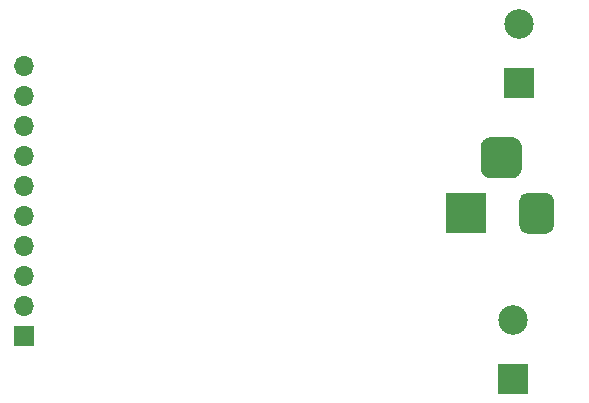
<source format=gbr>
%TF.GenerationSoftware,KiCad,Pcbnew,5.1.9-73d0e3b20d~88~ubuntu20.04.1*%
%TF.CreationDate,2021-06-05T19:46:01+02:00*%
%TF.ProjectId,pooky,706f6f6b-792e-46b6-9963-61645f706362,v1.00*%
%TF.SameCoordinates,Original*%
%TF.FileFunction,Soldermask,Bot*%
%TF.FilePolarity,Negative*%
%FSLAX46Y46*%
G04 Gerber Fmt 4.6, Leading zero omitted, Abs format (unit mm)*
G04 Created by KiCad (PCBNEW 5.1.9-73d0e3b20d~88~ubuntu20.04.1) date 2021-06-05 19:46:01*
%MOMM*%
%LPD*%
G01*
G04 APERTURE LIST*
%ADD10R,3.500000X3.500000*%
%ADD11C,2.500000*%
%ADD12R,2.500000X2.500000*%
%ADD13R,1.700000X1.700000*%
%ADD14O,1.700000X1.700000*%
G04 APERTURE END LIST*
D10*
%TO.C,J5*%
X191500000Y-101000000D03*
G36*
G01*
X199000000Y-100000000D02*
X199000000Y-102000000D01*
G75*
G02*
X198250000Y-102750000I-750000J0D01*
G01*
X196750000Y-102750000D01*
G75*
G02*
X196000000Y-102000000I0J750000D01*
G01*
X196000000Y-100000000D01*
G75*
G02*
X196750000Y-99250000I750000J0D01*
G01*
X198250000Y-99250000D01*
G75*
G02*
X199000000Y-100000000I0J-750000D01*
G01*
G37*
G36*
G01*
X196250000Y-95425000D02*
X196250000Y-97175000D01*
G75*
G02*
X195375000Y-98050000I-875000J0D01*
G01*
X193625000Y-98050000D01*
G75*
G02*
X192750000Y-97175000I0J875000D01*
G01*
X192750000Y-95425000D01*
G75*
G02*
X193625000Y-94550000I875000J0D01*
G01*
X195375000Y-94550000D01*
G75*
G02*
X196250000Y-95425000I0J-875000D01*
G01*
G37*
%TD*%
D11*
%TO.C,LS2*%
X196000000Y-85000000D03*
D12*
X196000000Y-90000000D03*
%TD*%
%TO.C,LS1*%
X195500000Y-115000000D03*
D11*
X195500000Y-110000000D03*
%TD*%
D13*
%TO.C,J1*%
X154100000Y-111430000D03*
D14*
X154100000Y-108890000D03*
X154100000Y-106350000D03*
X154100000Y-103810000D03*
X154100000Y-101270000D03*
X154100000Y-98730000D03*
X154100000Y-96190000D03*
X154100000Y-93650000D03*
X154100000Y-91110000D03*
X154100000Y-88570000D03*
%TD*%
M02*

</source>
